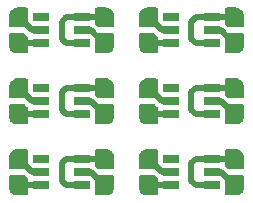
<source format=gtl>
%TF.GenerationSoftware,KiCad,Pcbnew,8.0.0*%
%TF.CreationDate,2024-03-11T21:29:40-07:00*%
%TF.ProjectId,Pinlight_panel,50696e6c-6967-4687-945f-70616e656c2e,rev?*%
%TF.SameCoordinates,Original*%
%TF.FileFunction,Copper,L1,Top*%
%TF.FilePolarity,Positive*%
%FSLAX46Y46*%
G04 Gerber Fmt 4.6, Leading zero omitted, Abs format (unit mm)*
G04 Created by KiCad (PCBNEW 8.0.0) date 2024-03-11 21:29:40*
%MOMM*%
%LPD*%
G01*
G04 APERTURE LIST*
%TA.AperFunction,SMDPad,CuDef*%
%ADD10R,1.400000X0.650000*%
%TD*%
%TA.AperFunction,ComponentPad*%
%ADD11C,1.000000*%
%TD*%
%TA.AperFunction,Conductor*%
%ADD12C,0.500000*%
%TD*%
G04 APERTURE END LIST*
D10*
%TO.P,U1,1,NC*%
%TO.N,N/C*%
X152300000Y-27899500D03*
%TO.P,U1,2,GND*%
X152300000Y-28999500D03*
%TO.P,U1,3,DIN*%
X152300000Y-30099500D03*
%TO.P,U1,4,VDD*%
X155700000Y-30099500D03*
%TO.P,U1,5,DOUT*%
X155700000Y-28999500D03*
%TO.P,U1,6,VDD*%
X155700000Y-27899500D03*
%TD*%
D11*
%TO.P,H2,1,1*%
%TO.N,N/C*%
X146700000Y-42199500D03*
%TD*%
%TO.P,H4,1,1*%
%TO.N,N/C*%
X139300000Y-39799500D03*
%TD*%
D10*
%TO.P,U1,1,NC*%
%TO.N,N/C*%
X141300000Y-33899500D03*
%TO.P,U1,2,GND*%
X141300000Y-34999500D03*
%TO.P,U1,3,DIN*%
X141300000Y-36099500D03*
%TO.P,U1,4,VDD*%
X144700000Y-36099500D03*
%TO.P,U1,5,DOUT*%
X144700000Y-34999500D03*
%TO.P,U1,6,VDD*%
X144700000Y-33899500D03*
%TD*%
D11*
%TO.P,H1,1,1*%
%TO.N,N/C*%
X146700000Y-33799500D03*
%TD*%
%TO.P,H1,1,1*%
%TO.N,N/C*%
X146700000Y-39799500D03*
%TD*%
%TO.P,H3,1,1*%
%TO.N,N/C*%
X150300000Y-36199500D03*
%TD*%
%TO.P,H3,1,1*%
%TO.N,N/C*%
X150300000Y-42199500D03*
%TD*%
%TO.P,H1,1,1*%
%TO.N,N/C*%
X157700000Y-33799500D03*
%TD*%
%TO.P,H4,1,1*%
%TO.N,N/C*%
X150300000Y-27799500D03*
%TD*%
%TO.P,H2,1,1*%
%TO.N,N/C*%
X146700000Y-36199500D03*
%TD*%
D10*
%TO.P,U1,1,NC*%
%TO.N,N/C*%
X141300000Y-27899500D03*
%TO.P,U1,2,GND*%
X141300000Y-28999500D03*
%TO.P,U1,3,DIN*%
X141300000Y-30099500D03*
%TO.P,U1,4,VDD*%
X144700000Y-30099500D03*
%TO.P,U1,5,DOUT*%
X144700000Y-28999500D03*
%TO.P,U1,6,VDD*%
X144700000Y-27899500D03*
%TD*%
D11*
%TO.P,H2,1,1*%
%TO.N,N/C*%
X157700000Y-36199500D03*
%TD*%
%TO.P,H3,1,1*%
%TO.N,N/C*%
X139300000Y-42199500D03*
%TD*%
%TO.P,H1,1,1*%
%TO.N,N/C*%
X157700000Y-39799500D03*
%TD*%
%TO.P,H3,1,1*%
%TO.N,N/C*%
X150300000Y-30199500D03*
%TD*%
%TO.P,H4,1,1*%
%TO.N,N/C*%
X139300000Y-33799500D03*
%TD*%
D10*
%TO.P,U1,1,NC*%
%TO.N,N/C*%
X152300000Y-33899500D03*
%TO.P,U1,2,GND*%
X152300000Y-34999500D03*
%TO.P,U1,3,DIN*%
X152300000Y-36099500D03*
%TO.P,U1,4,VDD*%
X155700000Y-36099500D03*
%TO.P,U1,5,DOUT*%
X155700000Y-34999500D03*
%TO.P,U1,6,VDD*%
X155700000Y-33899500D03*
%TD*%
D11*
%TO.P,H4,1,1*%
%TO.N,N/C*%
X150300000Y-39799500D03*
%TD*%
%TO.P,H1,1,1*%
%TO.N,N/C*%
X146700000Y-27799500D03*
%TD*%
%TO.P,H2,1,1*%
%TO.N,N/C*%
X146700000Y-30199500D03*
%TD*%
D10*
%TO.P,U1,1,NC*%
%TO.N,N/C*%
X152300000Y-39899500D03*
%TO.P,U1,2,GND*%
X152300000Y-40999500D03*
%TO.P,U1,3,DIN*%
X152300000Y-42099500D03*
%TO.P,U1,4,VDD*%
X155700000Y-42099500D03*
%TO.P,U1,5,DOUT*%
X155700000Y-40999500D03*
%TO.P,U1,6,VDD*%
X155700000Y-39899500D03*
%TD*%
D11*
%TO.P,H1,1,1*%
%TO.N,N/C*%
X157700000Y-27799500D03*
%TD*%
D10*
%TO.P,U1,1,NC*%
%TO.N,N/C*%
X141300000Y-39899500D03*
%TO.P,U1,2,GND*%
X141300000Y-40999500D03*
%TO.P,U1,3,DIN*%
X141300000Y-42099500D03*
%TO.P,U1,4,VDD*%
X144700000Y-42099500D03*
%TO.P,U1,5,DOUT*%
X144700000Y-40999500D03*
%TO.P,U1,6,VDD*%
X144700000Y-39899500D03*
%TD*%
D11*
%TO.P,H2,1,1*%
%TO.N,N/C*%
X157700000Y-30199500D03*
%TD*%
%TO.P,H3,1,1*%
%TO.N,N/C*%
X139300000Y-36199500D03*
%TD*%
%TO.P,H4,1,1*%
%TO.N,N/C*%
X150300000Y-33799500D03*
%TD*%
%TO.P,H3,1,1*%
%TO.N,N/C*%
X139300000Y-30199500D03*
%TD*%
%TO.P,H2,1,1*%
%TO.N,N/C*%
X157700000Y-42199500D03*
%TD*%
%TO.P,H4,1,1*%
%TO.N,N/C*%
X139300000Y-27799500D03*
%TD*%
D12*
%TO.N,*%
X146700000Y-27799500D02*
X146600000Y-27899500D01*
X146600000Y-27899500D02*
X144700000Y-27899500D01*
X143000000Y-28249500D02*
X143000000Y-29749500D01*
X143350000Y-27899500D02*
X143000000Y-28249500D01*
X144700000Y-27899500D02*
X143350000Y-27899500D01*
X143350000Y-30099500D02*
X144700000Y-30099500D01*
X143000000Y-29749500D02*
X143350000Y-30099500D01*
X141300000Y-30099500D02*
X139400000Y-30099500D01*
X139400000Y-30099500D02*
X139300000Y-30199500D01*
X145500000Y-28999500D02*
X144700000Y-28999500D01*
X146700000Y-30199500D02*
X145500000Y-28999500D01*
X139300000Y-27799500D02*
X140500000Y-28999500D01*
X140500000Y-28999500D02*
X141300000Y-28999500D01*
X154000000Y-29749500D02*
X154350000Y-30099500D01*
X154350000Y-30099500D02*
X155700000Y-30099500D01*
X155700000Y-27899500D02*
X154350000Y-27899500D01*
X154350000Y-27899500D02*
X154000000Y-28249500D01*
X154000000Y-28249500D02*
X154000000Y-29749500D01*
X157600000Y-27899500D02*
X155700000Y-27899500D01*
X157700000Y-27799500D02*
X157600000Y-27899500D01*
X152300000Y-30099500D02*
X150400000Y-30099500D01*
X150400000Y-30099500D02*
X150300000Y-30199500D01*
X156500000Y-28999500D02*
X155700000Y-28999500D01*
X157700000Y-30199500D02*
X156500000Y-28999500D01*
X150300000Y-27799500D02*
X151500000Y-28999500D01*
X151500000Y-28999500D02*
X152300000Y-28999500D01*
X143000000Y-35749500D02*
X143350000Y-36099500D01*
X146600000Y-33899500D02*
X144700000Y-33899500D01*
X143000000Y-34249500D02*
X143000000Y-35749500D01*
X146700000Y-33799500D02*
X146600000Y-33899500D01*
X143350000Y-33899500D02*
X143000000Y-34249500D01*
X143350000Y-36099500D02*
X144700000Y-36099500D01*
X144700000Y-33899500D02*
X143350000Y-33899500D01*
X139400000Y-36099500D02*
X139300000Y-36199500D01*
X141300000Y-36099500D02*
X139400000Y-36099500D01*
X146700000Y-36199500D02*
X145500000Y-34999500D01*
X145500000Y-34999500D02*
X144700000Y-34999500D01*
X140500000Y-34999500D02*
X141300000Y-34999500D01*
X139300000Y-33799500D02*
X140500000Y-34999500D01*
X154350000Y-36099500D02*
X155700000Y-36099500D01*
X157600000Y-33899500D02*
X155700000Y-33899500D01*
X154350000Y-33899500D02*
X154000000Y-34249500D01*
X154000000Y-34249500D02*
X154000000Y-35749500D01*
X157700000Y-33799500D02*
X157600000Y-33899500D01*
X154000000Y-35749500D02*
X154350000Y-36099500D01*
X155700000Y-33899500D02*
X154350000Y-33899500D01*
X152300000Y-36099500D02*
X150400000Y-36099500D01*
X150400000Y-36099500D02*
X150300000Y-36199500D01*
X157700000Y-36199500D02*
X156500000Y-34999500D01*
X156500000Y-34999500D02*
X155700000Y-34999500D01*
X150300000Y-33799500D02*
X151500000Y-34999500D01*
X151500000Y-34999500D02*
X152300000Y-34999500D01*
X146700000Y-39799500D02*
X146600000Y-39899500D01*
X146600000Y-39899500D02*
X144700000Y-39899500D01*
X143000000Y-41749500D02*
X143350000Y-42099500D01*
X143350000Y-39899500D02*
X143000000Y-40249500D01*
X143350000Y-42099500D02*
X144700000Y-42099500D01*
X143000000Y-40249500D02*
X143000000Y-41749500D01*
X144700000Y-39899500D02*
X143350000Y-39899500D01*
X141300000Y-42099500D02*
X139400000Y-42099500D01*
X139400000Y-42099500D02*
X139300000Y-42199500D01*
X146700000Y-42199500D02*
X145500000Y-40999500D01*
X145500000Y-40999500D02*
X144700000Y-40999500D01*
X139300000Y-39799500D02*
X140500000Y-40999500D01*
X140500000Y-40999500D02*
X141300000Y-40999500D01*
X154350000Y-42099500D02*
X155700000Y-42099500D01*
X157700000Y-39799500D02*
X157600000Y-39899500D01*
X154000000Y-40249500D02*
X154000000Y-41749500D01*
X157600000Y-39899500D02*
X155700000Y-39899500D01*
X155700000Y-39899500D02*
X154350000Y-39899500D01*
X154350000Y-39899500D02*
X154000000Y-40249500D01*
X154000000Y-41749500D02*
X154350000Y-42099500D01*
X150400000Y-42099500D02*
X150300000Y-42199500D01*
X152300000Y-42099500D02*
X150400000Y-42099500D01*
X157700000Y-42199500D02*
X156500000Y-40999500D01*
X156500000Y-40999500D02*
X155700000Y-40999500D01*
X151500000Y-40999500D02*
X152300000Y-40999500D01*
X150300000Y-39799500D02*
X151500000Y-40999500D01*
%TD*%
%TA.AperFunction,NonConductor*%
G36*
X146756061Y-27050597D02*
G01*
X146874317Y-27062244D01*
X146898145Y-27066983D01*
X147006005Y-27099702D01*
X147028453Y-27109001D01*
X147127849Y-27162129D01*
X147148059Y-27175633D01*
X147213005Y-27228932D01*
X147225529Y-27239211D01*
X147235179Y-27247130D01*
X147252369Y-27264320D01*
X147323866Y-27351440D01*
X147337370Y-27371650D01*
X147390495Y-27471038D01*
X147399798Y-27493497D01*
X147432514Y-27601348D01*
X147437256Y-27625188D01*
X147448903Y-27743437D01*
X147449500Y-27755592D01*
X147449500Y-28625500D01*
X147429815Y-28692539D01*
X147377011Y-28738294D01*
X147325500Y-28749500D01*
X146150597Y-28749500D01*
X146083558Y-28729815D01*
X146062916Y-28713181D01*
X145987590Y-28637855D01*
X145987587Y-28637851D01*
X145987587Y-28637852D01*
X145980520Y-28630785D01*
X145980520Y-28630784D01*
X145886318Y-28536582D01*
X145852834Y-28475258D01*
X145850000Y-28448901D01*
X145850000Y-27174000D01*
X145869685Y-27106961D01*
X145922489Y-27061206D01*
X145974000Y-27050000D01*
X146733592Y-27050000D01*
X146743907Y-27050000D01*
X146756061Y-27050597D01*
G37*
%TD.AperFunction*%
%TA.AperFunction,NonConductor*%
G36*
X158392539Y-29269185D02*
G01*
X158438294Y-29321989D01*
X158449500Y-29373500D01*
X158449500Y-30243407D01*
X158448903Y-30255562D01*
X158437256Y-30373811D01*
X158432514Y-30397651D01*
X158399798Y-30505502D01*
X158390495Y-30527961D01*
X158337370Y-30627349D01*
X158323866Y-30647559D01*
X158252369Y-30734679D01*
X158235179Y-30751869D01*
X158148059Y-30823366D01*
X158127849Y-30836870D01*
X158028461Y-30889995D01*
X158006002Y-30899298D01*
X157898151Y-30932014D01*
X157874311Y-30936756D01*
X157787215Y-30945334D01*
X157756060Y-30948403D01*
X157743907Y-30949000D01*
X156974000Y-30949000D01*
X156906961Y-30929315D01*
X156861206Y-30876511D01*
X156850000Y-30825000D01*
X156850000Y-29373500D01*
X156869685Y-29306461D01*
X156922489Y-29260706D01*
X156974000Y-29249500D01*
X158325500Y-29249500D01*
X158392539Y-29269185D01*
G37*
%TD.AperFunction*%
%TA.AperFunction,NonConductor*%
G36*
X158392539Y-35269185D02*
G01*
X158438294Y-35321989D01*
X158449500Y-35373500D01*
X158449500Y-36243407D01*
X158448903Y-36255562D01*
X158437256Y-36373811D01*
X158432514Y-36397651D01*
X158399798Y-36505502D01*
X158390495Y-36527961D01*
X158337370Y-36627349D01*
X158323866Y-36647559D01*
X158252369Y-36734679D01*
X158235179Y-36751869D01*
X158148059Y-36823366D01*
X158127849Y-36836870D01*
X158028461Y-36889995D01*
X158006002Y-36899298D01*
X157898151Y-36932014D01*
X157874311Y-36936756D01*
X157787215Y-36945334D01*
X157756060Y-36948403D01*
X157743907Y-36949000D01*
X156974000Y-36949000D01*
X156906961Y-36929315D01*
X156861206Y-36876511D01*
X156850000Y-36825000D01*
X156850000Y-35373500D01*
X156869685Y-35306461D01*
X156922489Y-35260706D01*
X156974000Y-35249500D01*
X158325500Y-35249500D01*
X158392539Y-35269185D01*
G37*
%TD.AperFunction*%
%TA.AperFunction,NonConductor*%
G36*
X147392539Y-41269185D02*
G01*
X147438294Y-41321989D01*
X147449500Y-41373500D01*
X147449500Y-42243407D01*
X147448903Y-42255562D01*
X147437256Y-42373811D01*
X147432514Y-42397651D01*
X147399798Y-42505502D01*
X147390495Y-42527961D01*
X147337370Y-42627349D01*
X147323866Y-42647559D01*
X147252369Y-42734679D01*
X147235179Y-42751869D01*
X147148059Y-42823366D01*
X147127849Y-42836870D01*
X147028461Y-42889995D01*
X147006002Y-42899298D01*
X146898151Y-42932014D01*
X146874311Y-42936756D01*
X146787215Y-42945334D01*
X146756060Y-42948403D01*
X146743907Y-42949000D01*
X145974000Y-42949000D01*
X145906961Y-42929315D01*
X145861206Y-42876511D01*
X145850000Y-42825000D01*
X145850000Y-41373500D01*
X145869685Y-41306461D01*
X145922489Y-41260706D01*
X145974000Y-41249500D01*
X147325500Y-41249500D01*
X147392539Y-41269185D01*
G37*
%TD.AperFunction*%
%TA.AperFunction,NonConductor*%
G36*
X157756061Y-33050597D02*
G01*
X157874317Y-33062244D01*
X157898145Y-33066983D01*
X158006005Y-33099702D01*
X158028453Y-33109001D01*
X158127849Y-33162129D01*
X158148059Y-33175633D01*
X158213005Y-33228932D01*
X158225529Y-33239211D01*
X158235179Y-33247130D01*
X158252369Y-33264320D01*
X158323866Y-33351440D01*
X158337370Y-33371650D01*
X158390495Y-33471038D01*
X158399798Y-33493497D01*
X158432514Y-33601348D01*
X158437256Y-33625188D01*
X158448903Y-33743437D01*
X158449500Y-33755592D01*
X158449500Y-34625500D01*
X158429815Y-34692539D01*
X158377011Y-34738294D01*
X158325500Y-34749500D01*
X157150597Y-34749500D01*
X157083558Y-34729815D01*
X157062916Y-34713181D01*
X156987590Y-34637855D01*
X156987587Y-34637851D01*
X156987587Y-34637852D01*
X156980520Y-34630785D01*
X156980520Y-34630784D01*
X156886318Y-34536582D01*
X156852834Y-34475258D01*
X156850000Y-34448901D01*
X156850000Y-33174000D01*
X156869685Y-33106961D01*
X156922489Y-33061206D01*
X156974000Y-33050000D01*
X157733592Y-33050000D01*
X157743907Y-33050000D01*
X157756061Y-33050597D01*
G37*
%TD.AperFunction*%
%TA.AperFunction,NonConductor*%
G36*
X158392539Y-41269185D02*
G01*
X158438294Y-41321989D01*
X158449500Y-41373500D01*
X158449500Y-42243407D01*
X158448903Y-42255562D01*
X158437256Y-42373811D01*
X158432514Y-42397651D01*
X158399798Y-42505502D01*
X158390495Y-42527961D01*
X158337370Y-42627349D01*
X158323866Y-42647559D01*
X158252369Y-42734679D01*
X158235179Y-42751869D01*
X158148059Y-42823366D01*
X158127849Y-42836870D01*
X158028461Y-42889995D01*
X158006002Y-42899298D01*
X157898151Y-42932014D01*
X157874311Y-42936756D01*
X157787215Y-42945334D01*
X157756060Y-42948403D01*
X157743907Y-42949000D01*
X156974000Y-42949000D01*
X156906961Y-42929315D01*
X156861206Y-42876511D01*
X156850000Y-42825000D01*
X156850000Y-41373500D01*
X156869685Y-41306461D01*
X156922489Y-41260706D01*
X156974000Y-41249500D01*
X158325500Y-41249500D01*
X158392539Y-41269185D01*
G37*
%TD.AperFunction*%
%TA.AperFunction,NonConductor*%
G36*
X147392539Y-29269185D02*
G01*
X147438294Y-29321989D01*
X147449500Y-29373500D01*
X147449500Y-30243407D01*
X147448903Y-30255562D01*
X147437256Y-30373811D01*
X147432514Y-30397651D01*
X147399798Y-30505502D01*
X147390495Y-30527961D01*
X147337370Y-30627349D01*
X147323866Y-30647559D01*
X147252369Y-30734679D01*
X147235179Y-30751869D01*
X147148059Y-30823366D01*
X147127849Y-30836870D01*
X147028461Y-30889995D01*
X147006002Y-30899298D01*
X146898151Y-30932014D01*
X146874311Y-30936756D01*
X146787215Y-30945334D01*
X146756060Y-30948403D01*
X146743907Y-30949000D01*
X145974000Y-30949000D01*
X145906961Y-30929315D01*
X145861206Y-30876511D01*
X145850000Y-30825000D01*
X145850000Y-29373500D01*
X145869685Y-29306461D01*
X145922489Y-29260706D01*
X145974000Y-29249500D01*
X147325500Y-29249500D01*
X147392539Y-29269185D01*
G37*
%TD.AperFunction*%
%TA.AperFunction,NonConductor*%
G36*
X140093039Y-39069685D02*
G01*
X140138794Y-39122489D01*
X140150000Y-39174000D01*
X140150000Y-40625500D01*
X140130315Y-40692539D01*
X140077511Y-40738294D01*
X140026000Y-40749500D01*
X138674500Y-40749500D01*
X138607461Y-40729815D01*
X138561706Y-40677011D01*
X138550500Y-40625500D01*
X138550500Y-39755592D01*
X138551097Y-39743438D01*
X138558265Y-39670658D01*
X138562744Y-39625180D01*
X138567483Y-39601356D01*
X138600203Y-39493490D01*
X138609499Y-39471049D01*
X138662632Y-39371644D01*
X138676133Y-39351440D01*
X138747635Y-39264314D01*
X138764814Y-39247135D01*
X138851942Y-39175631D01*
X138872144Y-39162132D01*
X138971549Y-39108999D01*
X138993990Y-39099703D01*
X139101856Y-39066983D01*
X139125682Y-39062244D01*
X139225730Y-39052390D01*
X139243940Y-39050597D01*
X139256093Y-39050000D01*
X140026000Y-39050000D01*
X140093039Y-39069685D01*
G37*
%TD.AperFunction*%
%TA.AperFunction,NonConductor*%
G36*
X146756061Y-33050597D02*
G01*
X146874317Y-33062244D01*
X146898145Y-33066983D01*
X147006005Y-33099702D01*
X147028453Y-33109001D01*
X147127849Y-33162129D01*
X147148059Y-33175633D01*
X147213005Y-33228932D01*
X147225529Y-33239211D01*
X147235179Y-33247130D01*
X147252369Y-33264320D01*
X147323866Y-33351440D01*
X147337370Y-33371650D01*
X147390495Y-33471038D01*
X147399798Y-33493497D01*
X147432514Y-33601348D01*
X147437256Y-33625188D01*
X147448903Y-33743437D01*
X147449500Y-33755592D01*
X147449500Y-34625500D01*
X147429815Y-34692539D01*
X147377011Y-34738294D01*
X147325500Y-34749500D01*
X146150597Y-34749500D01*
X146083558Y-34729815D01*
X146062916Y-34713181D01*
X145987590Y-34637855D01*
X145987587Y-34637851D01*
X145987587Y-34637852D01*
X145980520Y-34630785D01*
X145980520Y-34630784D01*
X145886318Y-34536582D01*
X145852834Y-34475258D01*
X145850000Y-34448901D01*
X145850000Y-33174000D01*
X145869685Y-33106961D01*
X145922489Y-33061206D01*
X145974000Y-33050000D01*
X146733592Y-33050000D01*
X146743907Y-33050000D01*
X146756061Y-33050597D01*
G37*
%TD.AperFunction*%
%TA.AperFunction,NonConductor*%
G36*
X157756061Y-39050597D02*
G01*
X157874317Y-39062244D01*
X157898145Y-39066983D01*
X158006005Y-39099702D01*
X158028453Y-39109001D01*
X158127849Y-39162129D01*
X158148059Y-39175633D01*
X158213005Y-39228932D01*
X158225529Y-39239211D01*
X158235179Y-39247130D01*
X158252369Y-39264320D01*
X158323866Y-39351440D01*
X158337370Y-39371650D01*
X158390495Y-39471038D01*
X158399798Y-39493497D01*
X158432514Y-39601348D01*
X158437256Y-39625188D01*
X158448903Y-39743437D01*
X158449500Y-39755592D01*
X158449500Y-40625500D01*
X158429815Y-40692539D01*
X158377011Y-40738294D01*
X158325500Y-40749500D01*
X157150597Y-40749500D01*
X157083558Y-40729815D01*
X157062916Y-40713181D01*
X156987590Y-40637855D01*
X156987587Y-40637851D01*
X156987587Y-40637852D01*
X156980520Y-40630785D01*
X156980520Y-40630784D01*
X156886318Y-40536582D01*
X156852834Y-40475258D01*
X156850000Y-40448901D01*
X156850000Y-39174000D01*
X156869685Y-39106961D01*
X156922489Y-39061206D01*
X156974000Y-39050000D01*
X157733592Y-39050000D01*
X157743907Y-39050000D01*
X157756061Y-39050597D01*
G37*
%TD.AperFunction*%
%TA.AperFunction,NonConductor*%
G36*
X140093039Y-33069685D02*
G01*
X140138794Y-33122489D01*
X140150000Y-33174000D01*
X140150000Y-34625500D01*
X140130315Y-34692539D01*
X140077511Y-34738294D01*
X140026000Y-34749500D01*
X138674500Y-34749500D01*
X138607461Y-34729815D01*
X138561706Y-34677011D01*
X138550500Y-34625500D01*
X138550500Y-33755592D01*
X138551097Y-33743438D01*
X138558265Y-33670658D01*
X138562744Y-33625180D01*
X138567483Y-33601356D01*
X138600203Y-33493490D01*
X138609499Y-33471049D01*
X138662632Y-33371644D01*
X138676133Y-33351440D01*
X138747635Y-33264314D01*
X138764814Y-33247135D01*
X138851942Y-33175631D01*
X138872144Y-33162132D01*
X138971549Y-33108999D01*
X138993990Y-33099703D01*
X139101856Y-33066983D01*
X139125682Y-33062244D01*
X139225730Y-33052390D01*
X139243940Y-33050597D01*
X139256093Y-33050000D01*
X140026000Y-33050000D01*
X140093039Y-33069685D01*
G37*
%TD.AperFunction*%
%TA.AperFunction,NonConductor*%
G36*
X140093039Y-27069685D02*
G01*
X140138794Y-27122489D01*
X140150000Y-27174000D01*
X140150000Y-28625500D01*
X140130315Y-28692539D01*
X140077511Y-28738294D01*
X140026000Y-28749500D01*
X138674500Y-28749500D01*
X138607461Y-28729815D01*
X138561706Y-28677011D01*
X138550500Y-28625500D01*
X138550500Y-27755592D01*
X138551097Y-27743438D01*
X138558265Y-27670658D01*
X138562744Y-27625180D01*
X138567483Y-27601356D01*
X138600203Y-27493490D01*
X138609499Y-27471049D01*
X138662632Y-27371644D01*
X138676133Y-27351440D01*
X138747635Y-27264314D01*
X138764814Y-27247135D01*
X138851942Y-27175631D01*
X138872144Y-27162132D01*
X138971549Y-27108999D01*
X138993990Y-27099703D01*
X139101856Y-27066983D01*
X139125682Y-27062244D01*
X139225730Y-27052390D01*
X139243940Y-27050597D01*
X139256093Y-27050000D01*
X140026000Y-27050000D01*
X140093039Y-27069685D01*
G37*
%TD.AperFunction*%
%TA.AperFunction,NonConductor*%
G36*
X139916442Y-29269185D02*
G01*
X139937084Y-29285819D01*
X140015139Y-29363874D01*
X140015160Y-29363897D01*
X140113681Y-29462418D01*
X140147166Y-29523741D01*
X140150000Y-29550099D01*
X140150000Y-30825000D01*
X140130315Y-30892039D01*
X140077511Y-30937794D01*
X140026000Y-30949000D01*
X139256093Y-30949000D01*
X139243939Y-30948403D01*
X139193081Y-30943393D01*
X139125688Y-30936756D01*
X139101848Y-30932014D01*
X138993997Y-30899298D01*
X138971541Y-30889996D01*
X138872150Y-30836870D01*
X138851940Y-30823366D01*
X138764820Y-30751869D01*
X138747630Y-30734679D01*
X138676133Y-30647559D01*
X138662629Y-30627349D01*
X138609501Y-30527953D01*
X138600201Y-30505502D01*
X138567483Y-30397645D01*
X138562744Y-30373817D01*
X138551097Y-30255561D01*
X138550500Y-30243407D01*
X138550500Y-29373500D01*
X138570185Y-29306461D01*
X138622989Y-29260706D01*
X138674500Y-29249500D01*
X139849403Y-29249500D01*
X139916442Y-29269185D01*
G37*
%TD.AperFunction*%
%TA.AperFunction,NonConductor*%
G36*
X139916442Y-41269185D02*
G01*
X139937084Y-41285819D01*
X140015139Y-41363874D01*
X140015160Y-41363897D01*
X140113681Y-41462418D01*
X140147166Y-41523741D01*
X140150000Y-41550099D01*
X140150000Y-42825000D01*
X140130315Y-42892039D01*
X140077511Y-42937794D01*
X140026000Y-42949000D01*
X139256093Y-42949000D01*
X139243939Y-42948403D01*
X139193081Y-42943393D01*
X139125688Y-42936756D01*
X139101848Y-42932014D01*
X138993997Y-42899298D01*
X138971541Y-42889996D01*
X138872150Y-42836870D01*
X138851940Y-42823366D01*
X138764820Y-42751869D01*
X138747630Y-42734679D01*
X138676133Y-42647559D01*
X138662629Y-42627349D01*
X138609501Y-42527953D01*
X138600201Y-42505502D01*
X138567483Y-42397645D01*
X138562744Y-42373817D01*
X138551097Y-42255561D01*
X138550500Y-42243407D01*
X138550500Y-41373500D01*
X138570185Y-41306461D01*
X138622989Y-41260706D01*
X138674500Y-41249500D01*
X139849403Y-41249500D01*
X139916442Y-41269185D01*
G37*
%TD.AperFunction*%
%TA.AperFunction,NonConductor*%
G36*
X150916442Y-41269185D02*
G01*
X150937084Y-41285819D01*
X151015139Y-41363874D01*
X151015160Y-41363897D01*
X151113681Y-41462418D01*
X151147166Y-41523741D01*
X151150000Y-41550099D01*
X151150000Y-42825000D01*
X151130315Y-42892039D01*
X151077511Y-42937794D01*
X151026000Y-42949000D01*
X150256093Y-42949000D01*
X150243939Y-42948403D01*
X150193081Y-42943393D01*
X150125688Y-42936756D01*
X150101848Y-42932014D01*
X149993997Y-42899298D01*
X149971541Y-42889996D01*
X149872150Y-42836870D01*
X149851940Y-42823366D01*
X149764820Y-42751869D01*
X149747630Y-42734679D01*
X149676133Y-42647559D01*
X149662629Y-42627349D01*
X149609501Y-42527953D01*
X149600201Y-42505502D01*
X149567483Y-42397645D01*
X149562744Y-42373817D01*
X149551097Y-42255561D01*
X149550500Y-42243407D01*
X149550500Y-41373500D01*
X149570185Y-41306461D01*
X149622989Y-41260706D01*
X149674500Y-41249500D01*
X150849403Y-41249500D01*
X150916442Y-41269185D01*
G37*
%TD.AperFunction*%
%TA.AperFunction,NonConductor*%
G36*
X147392539Y-35269185D02*
G01*
X147438294Y-35321989D01*
X147449500Y-35373500D01*
X147449500Y-36243407D01*
X147448903Y-36255562D01*
X147437256Y-36373811D01*
X147432514Y-36397651D01*
X147399798Y-36505502D01*
X147390495Y-36527961D01*
X147337370Y-36627349D01*
X147323866Y-36647559D01*
X147252369Y-36734679D01*
X147235179Y-36751869D01*
X147148059Y-36823366D01*
X147127849Y-36836870D01*
X147028461Y-36889995D01*
X147006002Y-36899298D01*
X146898151Y-36932014D01*
X146874311Y-36936756D01*
X146787215Y-36945334D01*
X146756060Y-36948403D01*
X146743907Y-36949000D01*
X145974000Y-36949000D01*
X145906961Y-36929315D01*
X145861206Y-36876511D01*
X145850000Y-36825000D01*
X145850000Y-35373500D01*
X145869685Y-35306461D01*
X145922489Y-35260706D01*
X145974000Y-35249500D01*
X147325500Y-35249500D01*
X147392539Y-35269185D01*
G37*
%TD.AperFunction*%
%TA.AperFunction,NonConductor*%
G36*
X151093039Y-39069685D02*
G01*
X151138794Y-39122489D01*
X151150000Y-39174000D01*
X151150000Y-40625500D01*
X151130315Y-40692539D01*
X151077511Y-40738294D01*
X151026000Y-40749500D01*
X149674500Y-40749500D01*
X149607461Y-40729815D01*
X149561706Y-40677011D01*
X149550500Y-40625500D01*
X149550500Y-39755592D01*
X149551097Y-39743438D01*
X149558265Y-39670658D01*
X149562744Y-39625180D01*
X149567483Y-39601356D01*
X149600203Y-39493490D01*
X149609499Y-39471049D01*
X149662632Y-39371644D01*
X149676133Y-39351440D01*
X149747635Y-39264314D01*
X149764814Y-39247135D01*
X149851942Y-39175631D01*
X149872144Y-39162132D01*
X149971549Y-39108999D01*
X149993990Y-39099703D01*
X150101856Y-39066983D01*
X150125682Y-39062244D01*
X150225730Y-39052390D01*
X150243940Y-39050597D01*
X150256093Y-39050000D01*
X151026000Y-39050000D01*
X151093039Y-39069685D01*
G37*
%TD.AperFunction*%
%TA.AperFunction,NonConductor*%
G36*
X151093039Y-27069685D02*
G01*
X151138794Y-27122489D01*
X151150000Y-27174000D01*
X151150000Y-28625500D01*
X151130315Y-28692539D01*
X151077511Y-28738294D01*
X151026000Y-28749500D01*
X149674500Y-28749500D01*
X149607461Y-28729815D01*
X149561706Y-28677011D01*
X149550500Y-28625500D01*
X149550500Y-27755592D01*
X149551097Y-27743438D01*
X149558265Y-27670658D01*
X149562744Y-27625180D01*
X149567483Y-27601356D01*
X149600203Y-27493490D01*
X149609499Y-27471049D01*
X149662632Y-27371644D01*
X149676133Y-27351440D01*
X149747635Y-27264314D01*
X149764814Y-27247135D01*
X149851942Y-27175631D01*
X149872144Y-27162132D01*
X149971549Y-27108999D01*
X149993990Y-27099703D01*
X150101856Y-27066983D01*
X150125682Y-27062244D01*
X150225730Y-27052390D01*
X150243940Y-27050597D01*
X150256093Y-27050000D01*
X151026000Y-27050000D01*
X151093039Y-27069685D01*
G37*
%TD.AperFunction*%
%TA.AperFunction,NonConductor*%
G36*
X150916442Y-29269185D02*
G01*
X150937084Y-29285819D01*
X151015139Y-29363874D01*
X151015160Y-29363897D01*
X151113681Y-29462418D01*
X151147166Y-29523741D01*
X151150000Y-29550099D01*
X151150000Y-30825000D01*
X151130315Y-30892039D01*
X151077511Y-30937794D01*
X151026000Y-30949000D01*
X150256093Y-30949000D01*
X150243939Y-30948403D01*
X150193081Y-30943393D01*
X150125688Y-30936756D01*
X150101848Y-30932014D01*
X149993997Y-30899298D01*
X149971541Y-30889996D01*
X149872150Y-30836870D01*
X149851940Y-30823366D01*
X149764820Y-30751869D01*
X149747630Y-30734679D01*
X149676133Y-30647559D01*
X149662629Y-30627349D01*
X149609501Y-30527953D01*
X149600201Y-30505502D01*
X149567483Y-30397645D01*
X149562744Y-30373817D01*
X149551097Y-30255561D01*
X149550500Y-30243407D01*
X149550500Y-29373500D01*
X149570185Y-29306461D01*
X149622989Y-29260706D01*
X149674500Y-29249500D01*
X150849403Y-29249500D01*
X150916442Y-29269185D01*
G37*
%TD.AperFunction*%
%TA.AperFunction,NonConductor*%
G36*
X151093039Y-33069685D02*
G01*
X151138794Y-33122489D01*
X151150000Y-33174000D01*
X151150000Y-34625500D01*
X151130315Y-34692539D01*
X151077511Y-34738294D01*
X151026000Y-34749500D01*
X149674500Y-34749500D01*
X149607461Y-34729815D01*
X149561706Y-34677011D01*
X149550500Y-34625500D01*
X149550500Y-33755592D01*
X149551097Y-33743438D01*
X149558265Y-33670658D01*
X149562744Y-33625180D01*
X149567483Y-33601356D01*
X149600203Y-33493490D01*
X149609499Y-33471049D01*
X149662632Y-33371644D01*
X149676133Y-33351440D01*
X149747635Y-33264314D01*
X149764814Y-33247135D01*
X149851942Y-33175631D01*
X149872144Y-33162132D01*
X149971549Y-33108999D01*
X149993990Y-33099703D01*
X150101856Y-33066983D01*
X150125682Y-33062244D01*
X150225730Y-33052390D01*
X150243940Y-33050597D01*
X150256093Y-33050000D01*
X151026000Y-33050000D01*
X151093039Y-33069685D01*
G37*
%TD.AperFunction*%
%TA.AperFunction,NonConductor*%
G36*
X157756061Y-27050597D02*
G01*
X157874317Y-27062244D01*
X157898145Y-27066983D01*
X158006005Y-27099702D01*
X158028453Y-27109001D01*
X158127849Y-27162129D01*
X158148059Y-27175633D01*
X158213005Y-27228932D01*
X158225529Y-27239211D01*
X158235179Y-27247130D01*
X158252369Y-27264320D01*
X158323866Y-27351440D01*
X158337370Y-27371650D01*
X158390495Y-27471038D01*
X158399798Y-27493497D01*
X158432514Y-27601348D01*
X158437256Y-27625188D01*
X158448903Y-27743437D01*
X158449500Y-27755592D01*
X158449500Y-28625500D01*
X158429815Y-28692539D01*
X158377011Y-28738294D01*
X158325500Y-28749500D01*
X157150597Y-28749500D01*
X157083558Y-28729815D01*
X157062916Y-28713181D01*
X156987590Y-28637855D01*
X156987587Y-28637851D01*
X156987587Y-28637852D01*
X156980520Y-28630785D01*
X156980520Y-28630784D01*
X156886318Y-28536582D01*
X156852834Y-28475258D01*
X156850000Y-28448901D01*
X156850000Y-27174000D01*
X156869685Y-27106961D01*
X156922489Y-27061206D01*
X156974000Y-27050000D01*
X157733592Y-27050000D01*
X157743907Y-27050000D01*
X157756061Y-27050597D01*
G37*
%TD.AperFunction*%
%TA.AperFunction,NonConductor*%
G36*
X146756061Y-39050597D02*
G01*
X146874317Y-39062244D01*
X146898145Y-39066983D01*
X147006005Y-39099702D01*
X147028453Y-39109001D01*
X147127849Y-39162129D01*
X147148059Y-39175633D01*
X147213005Y-39228932D01*
X147225529Y-39239211D01*
X147235179Y-39247130D01*
X147252369Y-39264320D01*
X147323866Y-39351440D01*
X147337370Y-39371650D01*
X147390495Y-39471038D01*
X147399798Y-39493497D01*
X147432514Y-39601348D01*
X147437256Y-39625188D01*
X147448903Y-39743437D01*
X147449500Y-39755592D01*
X147449500Y-40625500D01*
X147429815Y-40692539D01*
X147377011Y-40738294D01*
X147325500Y-40749500D01*
X146150597Y-40749500D01*
X146083558Y-40729815D01*
X146062916Y-40713181D01*
X145987590Y-40637855D01*
X145987587Y-40637851D01*
X145987587Y-40637852D01*
X145980520Y-40630785D01*
X145980520Y-40630784D01*
X145886318Y-40536582D01*
X145852834Y-40475258D01*
X145850000Y-40448901D01*
X145850000Y-39174000D01*
X145869685Y-39106961D01*
X145922489Y-39061206D01*
X145974000Y-39050000D01*
X146733592Y-39050000D01*
X146743907Y-39050000D01*
X146756061Y-39050597D01*
G37*
%TD.AperFunction*%
%TA.AperFunction,NonConductor*%
G36*
X150916442Y-35269185D02*
G01*
X150937084Y-35285819D01*
X151015139Y-35363874D01*
X151015160Y-35363897D01*
X151113681Y-35462418D01*
X151147166Y-35523741D01*
X151150000Y-35550099D01*
X151150000Y-36825000D01*
X151130315Y-36892039D01*
X151077511Y-36937794D01*
X151026000Y-36949000D01*
X150256093Y-36949000D01*
X150243939Y-36948403D01*
X150193081Y-36943393D01*
X150125688Y-36936756D01*
X150101848Y-36932014D01*
X149993997Y-36899298D01*
X149971541Y-36889996D01*
X149872150Y-36836870D01*
X149851940Y-36823366D01*
X149764820Y-36751869D01*
X149747630Y-36734679D01*
X149676133Y-36647559D01*
X149662629Y-36627349D01*
X149609501Y-36527953D01*
X149600201Y-36505502D01*
X149567483Y-36397645D01*
X149562744Y-36373817D01*
X149551097Y-36255561D01*
X149550500Y-36243407D01*
X149550500Y-35373500D01*
X149570185Y-35306461D01*
X149622989Y-35260706D01*
X149674500Y-35249500D01*
X150849403Y-35249500D01*
X150916442Y-35269185D01*
G37*
%TD.AperFunction*%
%TA.AperFunction,NonConductor*%
G36*
X139916442Y-35269185D02*
G01*
X139937084Y-35285819D01*
X140015139Y-35363874D01*
X140015160Y-35363897D01*
X140113681Y-35462418D01*
X140147166Y-35523741D01*
X140150000Y-35550099D01*
X140150000Y-36825000D01*
X140130315Y-36892039D01*
X140077511Y-36937794D01*
X140026000Y-36949000D01*
X139256093Y-36949000D01*
X139243939Y-36948403D01*
X139193081Y-36943393D01*
X139125688Y-36936756D01*
X139101848Y-36932014D01*
X138993997Y-36899298D01*
X138971541Y-36889996D01*
X138872150Y-36836870D01*
X138851940Y-36823366D01*
X138764820Y-36751869D01*
X138747630Y-36734679D01*
X138676133Y-36647559D01*
X138662629Y-36627349D01*
X138609501Y-36527953D01*
X138600201Y-36505502D01*
X138567483Y-36397645D01*
X138562744Y-36373817D01*
X138551097Y-36255561D01*
X138550500Y-36243407D01*
X138550500Y-35373500D01*
X138570185Y-35306461D01*
X138622989Y-35260706D01*
X138674500Y-35249500D01*
X139849403Y-35249500D01*
X139916442Y-35269185D01*
G37*
%TD.AperFunction*%
M02*

</source>
